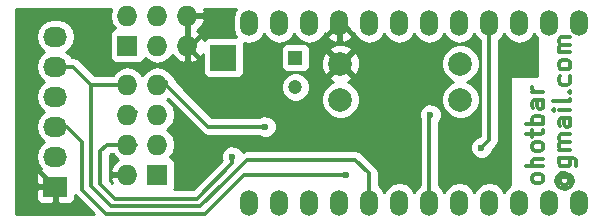
<source format=gtl>
G04 #@! TF.FileFunction,Copper,L1,Top,Signal*
%FSLAX46Y46*%
G04 Gerber Fmt 4.6, Leading zero omitted, Abs format (unit mm)*
G04 Created by KiCad (PCBNEW 4.0.2-4+6225~38~ubuntu14.04.1-stable) date lør 20 feb 2016 18:40:53 CET*
%MOMM*%
G01*
G04 APERTURE LIST*
%ADD10C,0.100000*%
%ADD11C,0.300000*%
%ADD12O,1.501140X2.199640*%
%ADD13O,1.727200X1.727200*%
%ADD14R,1.727200X1.727200*%
%ADD15R,2.032000X1.727200*%
%ADD16O,2.032000X1.727200*%
%ADD17R,1.200000X1.200000*%
%ADD18C,1.200000*%
%ADD19C,1.998980*%
%ADD20R,2.235200X2.235200*%
%ADD21C,0.600000*%
%ADD22C,0.400000*%
%ADD23C,0.254000*%
G04 APERTURE END LIST*
D10*
D11*
X220388571Y-131000571D02*
X220317143Y-131143429D01*
X220245714Y-131214857D01*
X220102857Y-131286286D01*
X219674286Y-131286286D01*
X219531429Y-131214857D01*
X219460000Y-131143429D01*
X219388571Y-131000571D01*
X219388571Y-130786286D01*
X219460000Y-130643429D01*
X219531429Y-130572000D01*
X219674286Y-130500571D01*
X220102857Y-130500571D01*
X220245714Y-130572000D01*
X220317143Y-130643429D01*
X220388571Y-130786286D01*
X220388571Y-131000571D01*
X220388571Y-129857714D02*
X218888571Y-129857714D01*
X220388571Y-129214857D02*
X219602857Y-129214857D01*
X219460000Y-129286286D01*
X219388571Y-129429143D01*
X219388571Y-129643428D01*
X219460000Y-129786286D01*
X219531429Y-129857714D01*
X220388571Y-128286285D02*
X220317143Y-128429143D01*
X220245714Y-128500571D01*
X220102857Y-128572000D01*
X219674286Y-128572000D01*
X219531429Y-128500571D01*
X219460000Y-128429143D01*
X219388571Y-128286285D01*
X219388571Y-128072000D01*
X219460000Y-127929143D01*
X219531429Y-127857714D01*
X219674286Y-127786285D01*
X220102857Y-127786285D01*
X220245714Y-127857714D01*
X220317143Y-127929143D01*
X220388571Y-128072000D01*
X220388571Y-128286285D01*
X219388571Y-127357714D02*
X219388571Y-126786285D01*
X218888571Y-127143428D02*
X220174286Y-127143428D01*
X220317143Y-127072000D01*
X220388571Y-126929142D01*
X220388571Y-126786285D01*
X220388571Y-126286285D02*
X218888571Y-126286285D01*
X219460000Y-126286285D02*
X219388571Y-126143428D01*
X219388571Y-125857714D01*
X219460000Y-125714857D01*
X219531429Y-125643428D01*
X219674286Y-125571999D01*
X220102857Y-125571999D01*
X220245714Y-125643428D01*
X220317143Y-125714857D01*
X220388571Y-125857714D01*
X220388571Y-126143428D01*
X220317143Y-126286285D01*
X220388571Y-124286285D02*
X219602857Y-124286285D01*
X219460000Y-124357714D01*
X219388571Y-124500571D01*
X219388571Y-124786285D01*
X219460000Y-124929142D01*
X220317143Y-124286285D02*
X220388571Y-124429142D01*
X220388571Y-124786285D01*
X220317143Y-124929142D01*
X220174286Y-125000571D01*
X220031429Y-125000571D01*
X219888571Y-124929142D01*
X219817143Y-124786285D01*
X219817143Y-124429142D01*
X219745714Y-124286285D01*
X220388571Y-123571999D02*
X219388571Y-123571999D01*
X219674286Y-123571999D02*
X219531429Y-123500571D01*
X219460000Y-123429142D01*
X219388571Y-123286285D01*
X219388571Y-123143428D01*
X221960286Y-130794286D02*
X221888857Y-130865714D01*
X221817429Y-131008571D01*
X221817429Y-131151429D01*
X221888857Y-131294286D01*
X221960286Y-131365714D01*
X222103143Y-131437143D01*
X222246000Y-131437143D01*
X222388857Y-131365714D01*
X222460286Y-131294286D01*
X222531714Y-131151429D01*
X222531714Y-131008571D01*
X222460286Y-130865714D01*
X222388857Y-130794286D01*
X221817429Y-130794286D02*
X222388857Y-130794286D01*
X222460286Y-130722857D01*
X222460286Y-130651429D01*
X222388857Y-130508571D01*
X222246000Y-130437143D01*
X221888857Y-130437143D01*
X221674571Y-130580000D01*
X221531714Y-130794286D01*
X221460286Y-131080000D01*
X221531714Y-131365714D01*
X221674571Y-131580000D01*
X221888857Y-131722857D01*
X222174571Y-131794286D01*
X222460286Y-131722857D01*
X222674571Y-131580000D01*
X222817429Y-131365714D01*
X222888857Y-131080000D01*
X222817429Y-130794286D01*
X222674571Y-130580000D01*
X221674571Y-129151429D02*
X222888857Y-129151429D01*
X223031714Y-129222858D01*
X223103143Y-129294286D01*
X223174571Y-129437143D01*
X223174571Y-129651429D01*
X223103143Y-129794286D01*
X222603143Y-129151429D02*
X222674571Y-129294286D01*
X222674571Y-129580000D01*
X222603143Y-129722858D01*
X222531714Y-129794286D01*
X222388857Y-129865715D01*
X221960286Y-129865715D01*
X221817429Y-129794286D01*
X221746000Y-129722858D01*
X221674571Y-129580000D01*
X221674571Y-129294286D01*
X221746000Y-129151429D01*
X222674571Y-128437143D02*
X221674571Y-128437143D01*
X221817429Y-128437143D02*
X221746000Y-128365715D01*
X221674571Y-128222857D01*
X221674571Y-128008572D01*
X221746000Y-127865715D01*
X221888857Y-127794286D01*
X222674571Y-127794286D01*
X221888857Y-127794286D02*
X221746000Y-127722857D01*
X221674571Y-127580000D01*
X221674571Y-127365715D01*
X221746000Y-127222857D01*
X221888857Y-127151429D01*
X222674571Y-127151429D01*
X222674571Y-125794286D02*
X221888857Y-125794286D01*
X221746000Y-125865715D01*
X221674571Y-126008572D01*
X221674571Y-126294286D01*
X221746000Y-126437143D01*
X222603143Y-125794286D02*
X222674571Y-125937143D01*
X222674571Y-126294286D01*
X222603143Y-126437143D01*
X222460286Y-126508572D01*
X222317429Y-126508572D01*
X222174571Y-126437143D01*
X222103143Y-126294286D01*
X222103143Y-125937143D01*
X222031714Y-125794286D01*
X222674571Y-125080000D02*
X221674571Y-125080000D01*
X221174571Y-125080000D02*
X221246000Y-125151429D01*
X221317429Y-125080000D01*
X221246000Y-125008572D01*
X221174571Y-125080000D01*
X221317429Y-125080000D01*
X222674571Y-124151428D02*
X222603143Y-124294286D01*
X222460286Y-124365714D01*
X221174571Y-124365714D01*
X222531714Y-123580000D02*
X222603143Y-123508572D01*
X222674571Y-123580000D01*
X222603143Y-123651429D01*
X222531714Y-123580000D01*
X222674571Y-123580000D01*
X222603143Y-122222857D02*
X222674571Y-122365714D01*
X222674571Y-122651428D01*
X222603143Y-122794286D01*
X222531714Y-122865714D01*
X222388857Y-122937143D01*
X221960286Y-122937143D01*
X221817429Y-122865714D01*
X221746000Y-122794286D01*
X221674571Y-122651428D01*
X221674571Y-122365714D01*
X221746000Y-122222857D01*
X222674571Y-121365714D02*
X222603143Y-121508572D01*
X222531714Y-121580000D01*
X222388857Y-121651429D01*
X221960286Y-121651429D01*
X221817429Y-121580000D01*
X221746000Y-121508572D01*
X221674571Y-121365714D01*
X221674571Y-121151429D01*
X221746000Y-121008572D01*
X221817429Y-120937143D01*
X221960286Y-120865714D01*
X222388857Y-120865714D01*
X222531714Y-120937143D01*
X222603143Y-121008572D01*
X222674571Y-121151429D01*
X222674571Y-121365714D01*
X222674571Y-120222857D02*
X221674571Y-120222857D01*
X221817429Y-120222857D02*
X221746000Y-120151429D01*
X221674571Y-120008571D01*
X221674571Y-119794286D01*
X221746000Y-119651429D01*
X221888857Y-119580000D01*
X222674571Y-119580000D01*
X221888857Y-119580000D02*
X221746000Y-119508571D01*
X221674571Y-119365714D01*
X221674571Y-119151429D01*
X221746000Y-119008571D01*
X221888857Y-118937143D01*
X222674571Y-118937143D01*
D12*
X195491100Y-132943600D03*
X198031100Y-132943600D03*
X200571100Y-132943600D03*
X203111100Y-132943600D03*
X205651100Y-132943600D03*
X208191100Y-132943600D03*
X210731100Y-132943600D03*
X213271100Y-132943600D03*
X215811100Y-132943600D03*
X218351100Y-132943600D03*
X220891100Y-132943600D03*
X223431100Y-132943600D03*
X223431100Y-117703600D03*
X220891100Y-117703600D03*
X218351100Y-117703600D03*
X215811100Y-117703600D03*
X213271100Y-117703600D03*
X210731100Y-117703600D03*
X208191100Y-117703600D03*
X205651100Y-117703600D03*
X203111100Y-117703600D03*
X200571100Y-117703600D03*
X198031100Y-117703600D03*
X195491100Y-117703600D03*
D13*
X187706000Y-122936000D03*
X185166000Y-122936000D03*
X187706000Y-125476000D03*
X185166000Y-125476000D03*
X187706000Y-128016000D03*
X185166000Y-128016000D03*
D14*
X187706000Y-130556000D03*
D13*
X185166000Y-130556000D03*
D15*
X179070000Y-131572000D03*
D16*
X179070000Y-129032000D03*
X179070000Y-126492000D03*
X179070000Y-123952000D03*
X179070000Y-121412000D03*
X179070000Y-118872000D03*
D17*
X199390000Y-120650000D03*
D18*
X199390000Y-123150000D03*
D19*
X213360000Y-124206000D03*
X203200000Y-124206000D03*
X203200000Y-121158000D03*
X213360000Y-121158000D03*
D14*
X185166000Y-119634000D03*
D13*
X185166000Y-117094000D03*
X187706000Y-119634000D03*
X187706000Y-117094000D03*
X190246000Y-119634000D03*
X190246000Y-117094000D03*
D20*
X193294000Y-120650000D03*
D21*
X203708000Y-130556000D03*
X194056000Y-129032000D03*
X196850000Y-126492000D03*
X215138000Y-128270000D03*
X210820000Y-125476000D03*
D22*
X190246000Y-119634000D02*
X191262000Y-120650000D01*
X190246000Y-119634000D02*
X190500000Y-119634000D01*
X190500000Y-119634000D02*
X191516000Y-118618000D01*
X203111100Y-117703600D02*
X203301600Y-117703600D01*
X203301600Y-117703600D02*
X204470000Y-118872000D01*
X203111100Y-117703600D02*
X203098400Y-117703600D01*
X203098400Y-117703600D02*
X201930000Y-118872000D01*
X179070000Y-131572000D02*
X176022000Y-131572000D01*
X179070000Y-131572000D02*
X177800000Y-130302000D01*
D11*
X203111100Y-117703600D02*
X203111100Y-117944900D01*
X203111100Y-117703600D02*
X203111100Y-117767100D01*
X203200000Y-117792500D02*
X203111100Y-117703600D01*
X179070000Y-131572000D02*
X178562000Y-131572000D01*
X179070000Y-131572000D02*
X178308000Y-131572000D01*
X203200000Y-117792500D02*
X203111100Y-117703600D01*
X213360000Y-117792500D02*
X213271100Y-117703600D01*
X185166000Y-122936000D02*
X182118000Y-122936000D01*
X182118000Y-128397000D02*
X182118000Y-131566920D01*
X182118000Y-131566920D02*
X182148480Y-131597400D01*
X184053480Y-133245860D02*
X183796940Y-133245860D01*
X193385440Y-131226560D02*
X195326000Y-129286000D01*
X195326000Y-129286000D02*
X204470000Y-129286000D01*
X204470000Y-129286000D02*
X205651100Y-130467100D01*
X205651100Y-130467100D02*
X205651100Y-132943600D01*
X190845440Y-133245860D02*
X184627520Y-133245860D01*
X191345820Y-133245860D02*
X193385440Y-131206240D01*
X193385440Y-131206240D02*
X193385440Y-131226560D01*
X190845440Y-133245860D02*
X191345820Y-133245860D01*
X184627520Y-133245860D02*
X184053480Y-133245860D01*
X183796940Y-133245860D02*
X182148480Y-131597400D01*
X179070000Y-121412000D02*
X180594000Y-121412000D01*
X182118000Y-122936000D02*
X182118000Y-128397000D01*
X181864000Y-122682000D02*
X182118000Y-122936000D01*
X180594000Y-121412000D02*
X181864000Y-122682000D01*
X179070000Y-126492000D02*
X180086000Y-126492000D01*
X180086000Y-126492000D02*
X181356000Y-127762000D01*
X181356000Y-127762000D02*
X181356000Y-131826000D01*
X181356000Y-131826000D02*
X183388000Y-133858000D01*
X183388000Y-133858000D02*
X191770000Y-133858000D01*
X191770000Y-133858000D02*
X195072000Y-130556000D01*
X195072000Y-130556000D02*
X203708000Y-130556000D01*
X185928000Y-128016000D02*
X183428640Y-128016000D01*
X185562240Y-132588000D02*
X191048640Y-132588000D01*
X191048640Y-132588000D02*
X194056000Y-129580640D01*
X194056000Y-129580640D02*
X194056000Y-129032000D01*
X184099200Y-132588000D02*
X182880000Y-131368800D01*
X182880000Y-131368800D02*
X182880000Y-130810000D01*
X185562240Y-132588000D02*
X184099200Y-132588000D01*
X183428640Y-128016000D02*
X182880000Y-128564640D01*
X182880000Y-128564640D02*
X182880000Y-130810000D01*
X223266000Y-117868700D02*
X223431100Y-117703600D01*
X185928000Y-125222000D02*
X185674000Y-125222000D01*
X188468000Y-122936000D02*
X190500000Y-124968000D01*
X188468000Y-122682000D02*
X188468000Y-122936000D01*
X190500000Y-124968000D02*
X192024000Y-126492000D01*
X192024000Y-126492000D02*
X196850000Y-126492000D01*
X215811100Y-117703600D02*
X215811100Y-127596900D01*
X215811100Y-127596900D02*
X215138000Y-128270000D01*
X210731100Y-125564900D02*
X210731100Y-132943600D01*
X210820000Y-125476000D02*
X210731100Y-125564900D01*
X187198000Y-119634000D02*
X187198000Y-120142000D01*
D23*
G36*
X183667400Y-117064641D02*
X183667400Y-117123359D01*
X183781474Y-117696848D01*
X184092574Y-118162442D01*
X184067083Y-118167238D01*
X183850959Y-118306310D01*
X183705969Y-118518510D01*
X183654960Y-118770400D01*
X183654960Y-120497600D01*
X183699238Y-120732917D01*
X183838310Y-120949041D01*
X184050510Y-121094031D01*
X184302400Y-121145040D01*
X186029600Y-121145040D01*
X186264917Y-121100762D01*
X186481041Y-120961690D01*
X186626031Y-120749490D01*
X186634864Y-120705869D01*
X186646330Y-120723029D01*
X187132511Y-121047885D01*
X187706000Y-121161959D01*
X188279489Y-121047885D01*
X188765670Y-120723029D01*
X188981664Y-120399772D01*
X189039179Y-120522490D01*
X189471053Y-120916688D01*
X189886974Y-121088958D01*
X190119000Y-120967817D01*
X190119000Y-119761000D01*
X190099000Y-119761000D01*
X190099000Y-119507000D01*
X190119000Y-119507000D01*
X190119000Y-117221000D01*
X190099000Y-117221000D01*
X190099000Y-116967000D01*
X190119000Y-116967000D01*
X190119000Y-116947000D01*
X190373000Y-116947000D01*
X190373000Y-116967000D01*
X191580469Y-116967000D01*
X191700968Y-116734973D01*
X191606777Y-116534000D01*
X194382139Y-116534000D01*
X194211000Y-116790128D01*
X194105530Y-117320363D01*
X194105530Y-118086837D01*
X194211000Y-118617072D01*
X194389997Y-118884960D01*
X192176400Y-118884960D01*
X191941083Y-118929238D01*
X191724959Y-119068310D01*
X191653278Y-119173219D01*
X191452821Y-118745510D01*
X191034848Y-118364000D01*
X191452821Y-117982490D01*
X191700968Y-117453027D01*
X191580469Y-117221000D01*
X190373000Y-117221000D01*
X190373000Y-119507000D01*
X190393000Y-119507000D01*
X190393000Y-119761000D01*
X190373000Y-119761000D01*
X190373000Y-120967817D01*
X190605026Y-121088958D01*
X191020947Y-120916688D01*
X191452821Y-120522490D01*
X191528960Y-120360035D01*
X191528960Y-121767600D01*
X191573238Y-122002917D01*
X191712310Y-122219041D01*
X191924510Y-122364031D01*
X192176400Y-122415040D01*
X194411600Y-122415040D01*
X194646917Y-122370762D01*
X194863041Y-122231690D01*
X195008031Y-122019490D01*
X195059040Y-121767600D01*
X195059040Y-120050000D01*
X198142560Y-120050000D01*
X198142560Y-121250000D01*
X198186838Y-121485317D01*
X198325910Y-121701441D01*
X198538110Y-121846431D01*
X198790000Y-121897440D01*
X199990000Y-121897440D01*
X200225317Y-121853162D01*
X200441441Y-121714090D01*
X200586431Y-121501890D01*
X200637440Y-121250000D01*
X200637440Y-120893582D01*
X201554599Y-120893582D01*
X201578659Y-121543377D01*
X201781035Y-122031958D01*
X202047837Y-122130557D01*
X203020395Y-121158000D01*
X203379605Y-121158000D01*
X204352163Y-122130557D01*
X204618965Y-122031958D01*
X204823380Y-121481694D01*
X211725226Y-121481694D01*
X211973538Y-122082655D01*
X212432927Y-122542846D01*
X212768130Y-122682034D01*
X212435345Y-122819538D01*
X211975154Y-123278927D01*
X211725794Y-123879453D01*
X211725226Y-124529694D01*
X211973538Y-125130655D01*
X212432927Y-125590846D01*
X213033453Y-125840206D01*
X213683694Y-125840774D01*
X214284655Y-125592462D01*
X214744846Y-125133073D01*
X214994206Y-124532547D01*
X214994774Y-123882306D01*
X214746462Y-123281345D01*
X214287073Y-122821154D01*
X213951870Y-122681966D01*
X214284655Y-122544462D01*
X214744846Y-122085073D01*
X214994206Y-121484547D01*
X214994774Y-120834306D01*
X214746462Y-120233345D01*
X214287073Y-119773154D01*
X213686547Y-119523794D01*
X213036306Y-119523226D01*
X212435345Y-119771538D01*
X211975154Y-120230927D01*
X211725794Y-120831453D01*
X211725226Y-121481694D01*
X204823380Y-121481694D01*
X204845401Y-121422418D01*
X204821341Y-120772623D01*
X204618965Y-120284042D01*
X204352163Y-120185443D01*
X203379605Y-121158000D01*
X203020395Y-121158000D01*
X202047837Y-120185443D01*
X201781035Y-120284042D01*
X201554599Y-120893582D01*
X200637440Y-120893582D01*
X200637440Y-120050000D01*
X200629131Y-120005837D01*
X202227443Y-120005837D01*
X203200000Y-120978395D01*
X204172557Y-120005837D01*
X204073958Y-119739035D01*
X203464418Y-119512599D01*
X202814623Y-119536659D01*
X202326042Y-119739035D01*
X202227443Y-120005837D01*
X200629131Y-120005837D01*
X200593162Y-119814683D01*
X200454090Y-119598559D01*
X200241890Y-119453569D01*
X199990000Y-119402560D01*
X198790000Y-119402560D01*
X198554683Y-119446838D01*
X198338559Y-119585910D01*
X198193569Y-119798110D01*
X198142560Y-120050000D01*
X195059040Y-120050000D01*
X195059040Y-119532400D01*
X195030513Y-119380791D01*
X195491100Y-119472407D01*
X196021335Y-119366937D01*
X196470846Y-119066583D01*
X196761100Y-118632188D01*
X197051354Y-119066583D01*
X197500865Y-119366937D01*
X198031100Y-119472407D01*
X198561335Y-119366937D01*
X199010846Y-119066583D01*
X199301100Y-118632188D01*
X199591354Y-119066583D01*
X200040865Y-119366937D01*
X200571100Y-119472407D01*
X201101335Y-119366937D01*
X201550846Y-119066583D01*
X201851200Y-118617072D01*
X201852701Y-118609528D01*
X201879601Y-118700417D01*
X202221156Y-119122398D01*
X202698197Y-119381550D01*
X202769825Y-119395733D01*
X202984100Y-119273079D01*
X202984100Y-117830600D01*
X202964100Y-117830600D01*
X202964100Y-117576600D01*
X202984100Y-117576600D01*
X202984100Y-117556600D01*
X203238100Y-117556600D01*
X203238100Y-117576600D01*
X203258100Y-117576600D01*
X203258100Y-117830600D01*
X203238100Y-117830600D01*
X203238100Y-119273079D01*
X203452375Y-119395733D01*
X203524003Y-119381550D01*
X204001044Y-119122398D01*
X204342599Y-118700417D01*
X204369499Y-118609528D01*
X204371000Y-118617072D01*
X204671354Y-119066583D01*
X205120865Y-119366937D01*
X205651100Y-119472407D01*
X206181335Y-119366937D01*
X206630846Y-119066583D01*
X206921100Y-118632188D01*
X207211354Y-119066583D01*
X207660865Y-119366937D01*
X208191100Y-119472407D01*
X208721335Y-119366937D01*
X209170846Y-119066583D01*
X209461100Y-118632188D01*
X209751354Y-119066583D01*
X210200865Y-119366937D01*
X210731100Y-119472407D01*
X211261335Y-119366937D01*
X211710846Y-119066583D01*
X212001100Y-118632188D01*
X212291354Y-119066583D01*
X212740865Y-119366937D01*
X213271100Y-119472407D01*
X213801335Y-119366937D01*
X214250846Y-119066583D01*
X214541100Y-118632188D01*
X214831354Y-119066583D01*
X215026100Y-119196708D01*
X215026100Y-127271742D01*
X214962995Y-127334847D01*
X214952833Y-127334838D01*
X214609057Y-127476883D01*
X214345808Y-127739673D01*
X214203162Y-128083201D01*
X214202838Y-128455167D01*
X214344883Y-128798943D01*
X214607673Y-129062192D01*
X214951201Y-129204838D01*
X215323167Y-129205162D01*
X215666943Y-129063117D01*
X215930192Y-128800327D01*
X216072838Y-128456799D01*
X216072848Y-128445310D01*
X216366179Y-128151979D01*
X216536345Y-127897307D01*
X216596100Y-127596900D01*
X216596100Y-119196708D01*
X216790846Y-119066583D01*
X217081100Y-118632188D01*
X217371354Y-119066583D01*
X217820865Y-119366937D01*
X218351100Y-119472407D01*
X218881335Y-119366937D01*
X219330846Y-119066583D01*
X219621100Y-118632188D01*
X219861000Y-118991223D01*
X219861000Y-122215571D01*
X217575000Y-122215571D01*
X217575000Y-131444545D01*
X217371354Y-131580617D01*
X217081100Y-132015012D01*
X216790846Y-131580617D01*
X216341335Y-131280263D01*
X215811100Y-131174793D01*
X215280865Y-131280263D01*
X214831354Y-131580617D01*
X214541100Y-132015012D01*
X214250846Y-131580617D01*
X213801335Y-131280263D01*
X213271100Y-131174793D01*
X212740865Y-131280263D01*
X212291354Y-131580617D01*
X212001100Y-132015012D01*
X211710846Y-131580617D01*
X211516100Y-131450492D01*
X211516100Y-126102251D01*
X211612192Y-126006327D01*
X211754838Y-125662799D01*
X211755162Y-125290833D01*
X211613117Y-124947057D01*
X211350327Y-124683808D01*
X211006799Y-124541162D01*
X210634833Y-124540838D01*
X210291057Y-124682883D01*
X210027808Y-124945673D01*
X209885162Y-125289201D01*
X209884838Y-125661167D01*
X209946100Y-125809433D01*
X209946100Y-131450492D01*
X209751354Y-131580617D01*
X209461100Y-132015012D01*
X209170846Y-131580617D01*
X208721335Y-131280263D01*
X208191100Y-131174793D01*
X207660865Y-131280263D01*
X207211354Y-131580617D01*
X206921100Y-132015012D01*
X206630846Y-131580617D01*
X206436100Y-131450492D01*
X206436100Y-130467105D01*
X206436101Y-130467100D01*
X206376345Y-130166694D01*
X206206179Y-129912021D01*
X205025079Y-128730921D01*
X204770407Y-128560755D01*
X204470000Y-128501000D01*
X195326000Y-128501000D01*
X195025593Y-128560755D01*
X194905980Y-128640677D01*
X194849117Y-128503057D01*
X194586327Y-128239808D01*
X194242799Y-128097162D01*
X193870833Y-128096838D01*
X193527057Y-128238883D01*
X193263808Y-128501673D01*
X193121162Y-128845201D01*
X193120838Y-129217167D01*
X193175945Y-129350537D01*
X190723482Y-131803000D01*
X189076174Y-131803000D01*
X189166031Y-131671490D01*
X189217040Y-131419600D01*
X189217040Y-129692400D01*
X189172762Y-129457083D01*
X189033690Y-129240959D01*
X188821490Y-129095969D01*
X188777655Y-129087092D01*
X189090526Y-128618848D01*
X189204600Y-128045359D01*
X189204600Y-127986641D01*
X189090526Y-127413152D01*
X188765670Y-126926971D01*
X188494828Y-126746000D01*
X188765670Y-126565029D01*
X189090526Y-126078848D01*
X189204600Y-125505359D01*
X189204600Y-125446641D01*
X189090526Y-124873152D01*
X188765670Y-124386971D01*
X188494828Y-124206000D01*
X188574564Y-124152722D01*
X189944921Y-125523079D01*
X191468919Y-127047076D01*
X191468921Y-127047079D01*
X191723594Y-127217245D01*
X192024000Y-127277000D01*
X196312494Y-127277000D01*
X196319673Y-127284192D01*
X196663201Y-127426838D01*
X197035167Y-127427162D01*
X197378943Y-127285117D01*
X197642192Y-127022327D01*
X197784838Y-126678799D01*
X197785162Y-126306833D01*
X197643117Y-125963057D01*
X197380327Y-125699808D01*
X197036799Y-125557162D01*
X196664833Y-125556838D01*
X196321057Y-125698883D01*
X196312926Y-125707000D01*
X192349157Y-125707000D01*
X191171852Y-124529694D01*
X201565226Y-124529694D01*
X201813538Y-125130655D01*
X202272927Y-125590846D01*
X202873453Y-125840206D01*
X203523694Y-125840774D01*
X204124655Y-125592462D01*
X204584846Y-125133073D01*
X204834206Y-124532547D01*
X204834774Y-123882306D01*
X204586462Y-123281345D01*
X204127073Y-122821154D01*
X203806149Y-122687895D01*
X204073958Y-122576965D01*
X204172557Y-122310163D01*
X203200000Y-121337605D01*
X202227443Y-122310163D01*
X202326042Y-122576965D01*
X202608483Y-122681888D01*
X202275345Y-122819538D01*
X201815154Y-123278927D01*
X201565794Y-123879453D01*
X201565226Y-124529694D01*
X191171852Y-124529694D01*
X191055079Y-124412921D01*
X190036737Y-123394579D01*
X198154786Y-123394579D01*
X198342408Y-123848657D01*
X198689515Y-124196371D01*
X199143266Y-124384785D01*
X199634579Y-124385214D01*
X200088657Y-124197592D01*
X200436371Y-123850485D01*
X200624785Y-123396734D01*
X200625214Y-122905421D01*
X200437592Y-122451343D01*
X200090485Y-122103629D01*
X199636734Y-121915215D01*
X199145421Y-121914786D01*
X198691343Y-122102408D01*
X198343629Y-122449515D01*
X198155215Y-122903266D01*
X198154786Y-123394579D01*
X190036737Y-123394579D01*
X189235331Y-122593173D01*
X189193245Y-122381594D01*
X189023079Y-122126921D01*
X188895984Y-122041999D01*
X188765670Y-121846971D01*
X188279489Y-121522115D01*
X187706000Y-121408041D01*
X187132511Y-121522115D01*
X186646330Y-121846971D01*
X186436000Y-122161752D01*
X186225670Y-121846971D01*
X185739489Y-121522115D01*
X185166000Y-121408041D01*
X184592511Y-121522115D01*
X184106330Y-121846971D01*
X183903184Y-122151000D01*
X182443158Y-122151000D01*
X181149079Y-120856921D01*
X180894407Y-120686755D01*
X180594000Y-120627000D01*
X180497944Y-120627000D01*
X180314415Y-120352330D01*
X179999634Y-120142000D01*
X180314415Y-119931670D01*
X180639271Y-119445489D01*
X180753345Y-118872000D01*
X180639271Y-118298511D01*
X180314415Y-117812330D01*
X179828234Y-117487474D01*
X179254745Y-117373400D01*
X178885255Y-117373400D01*
X178311766Y-117487474D01*
X177825585Y-117812330D01*
X177500729Y-118298511D01*
X177386655Y-118872000D01*
X177500729Y-119445489D01*
X177825585Y-119931670D01*
X178140366Y-120142000D01*
X177825585Y-120352330D01*
X177500729Y-120838511D01*
X177386655Y-121412000D01*
X177500729Y-121985489D01*
X177825585Y-122471670D01*
X178140366Y-122682000D01*
X177825585Y-122892330D01*
X177500729Y-123378511D01*
X177386655Y-123952000D01*
X177500729Y-124525489D01*
X177825585Y-125011670D01*
X178140366Y-125222000D01*
X177825585Y-125432330D01*
X177500729Y-125918511D01*
X177386655Y-126492000D01*
X177500729Y-127065489D01*
X177825585Y-127551670D01*
X178140366Y-127762000D01*
X177825585Y-127972330D01*
X177500729Y-128458511D01*
X177386655Y-129032000D01*
X177500729Y-129605489D01*
X177825585Y-130091670D01*
X177847780Y-130106500D01*
X177694302Y-130170073D01*
X177515673Y-130348701D01*
X177419000Y-130582090D01*
X177419000Y-131286250D01*
X177577750Y-131445000D01*
X178943000Y-131445000D01*
X178943000Y-131425000D01*
X179197000Y-131425000D01*
X179197000Y-131445000D01*
X179217000Y-131445000D01*
X179217000Y-131699000D01*
X179197000Y-131699000D01*
X179197000Y-132911850D01*
X179355750Y-133070600D01*
X180212309Y-133070600D01*
X180445698Y-132973927D01*
X180624327Y-132795299D01*
X180721000Y-132561910D01*
X180721000Y-132261468D01*
X180800921Y-132381079D01*
X182329842Y-133910000D01*
X175716000Y-133910000D01*
X175716000Y-131857750D01*
X177419000Y-131857750D01*
X177419000Y-132561910D01*
X177515673Y-132795299D01*
X177694302Y-132973927D01*
X177927691Y-133070600D01*
X178784250Y-133070600D01*
X178943000Y-132911850D01*
X178943000Y-131699000D01*
X177577750Y-131699000D01*
X177419000Y-131857750D01*
X175716000Y-131857750D01*
X175716000Y-116534000D01*
X183772951Y-116534000D01*
X183667400Y-117064641D01*
X183667400Y-117064641D01*
G37*
X183667400Y-117064641D02*
X183667400Y-117123359D01*
X183781474Y-117696848D01*
X184092574Y-118162442D01*
X184067083Y-118167238D01*
X183850959Y-118306310D01*
X183705969Y-118518510D01*
X183654960Y-118770400D01*
X183654960Y-120497600D01*
X183699238Y-120732917D01*
X183838310Y-120949041D01*
X184050510Y-121094031D01*
X184302400Y-121145040D01*
X186029600Y-121145040D01*
X186264917Y-121100762D01*
X186481041Y-120961690D01*
X186626031Y-120749490D01*
X186634864Y-120705869D01*
X186646330Y-120723029D01*
X187132511Y-121047885D01*
X187706000Y-121161959D01*
X188279489Y-121047885D01*
X188765670Y-120723029D01*
X188981664Y-120399772D01*
X189039179Y-120522490D01*
X189471053Y-120916688D01*
X189886974Y-121088958D01*
X190119000Y-120967817D01*
X190119000Y-119761000D01*
X190099000Y-119761000D01*
X190099000Y-119507000D01*
X190119000Y-119507000D01*
X190119000Y-117221000D01*
X190099000Y-117221000D01*
X190099000Y-116967000D01*
X190119000Y-116967000D01*
X190119000Y-116947000D01*
X190373000Y-116947000D01*
X190373000Y-116967000D01*
X191580469Y-116967000D01*
X191700968Y-116734973D01*
X191606777Y-116534000D01*
X194382139Y-116534000D01*
X194211000Y-116790128D01*
X194105530Y-117320363D01*
X194105530Y-118086837D01*
X194211000Y-118617072D01*
X194389997Y-118884960D01*
X192176400Y-118884960D01*
X191941083Y-118929238D01*
X191724959Y-119068310D01*
X191653278Y-119173219D01*
X191452821Y-118745510D01*
X191034848Y-118364000D01*
X191452821Y-117982490D01*
X191700968Y-117453027D01*
X191580469Y-117221000D01*
X190373000Y-117221000D01*
X190373000Y-119507000D01*
X190393000Y-119507000D01*
X190393000Y-119761000D01*
X190373000Y-119761000D01*
X190373000Y-120967817D01*
X190605026Y-121088958D01*
X191020947Y-120916688D01*
X191452821Y-120522490D01*
X191528960Y-120360035D01*
X191528960Y-121767600D01*
X191573238Y-122002917D01*
X191712310Y-122219041D01*
X191924510Y-122364031D01*
X192176400Y-122415040D01*
X194411600Y-122415040D01*
X194646917Y-122370762D01*
X194863041Y-122231690D01*
X195008031Y-122019490D01*
X195059040Y-121767600D01*
X195059040Y-120050000D01*
X198142560Y-120050000D01*
X198142560Y-121250000D01*
X198186838Y-121485317D01*
X198325910Y-121701441D01*
X198538110Y-121846431D01*
X198790000Y-121897440D01*
X199990000Y-121897440D01*
X200225317Y-121853162D01*
X200441441Y-121714090D01*
X200586431Y-121501890D01*
X200637440Y-121250000D01*
X200637440Y-120893582D01*
X201554599Y-120893582D01*
X201578659Y-121543377D01*
X201781035Y-122031958D01*
X202047837Y-122130557D01*
X203020395Y-121158000D01*
X203379605Y-121158000D01*
X204352163Y-122130557D01*
X204618965Y-122031958D01*
X204823380Y-121481694D01*
X211725226Y-121481694D01*
X211973538Y-122082655D01*
X212432927Y-122542846D01*
X212768130Y-122682034D01*
X212435345Y-122819538D01*
X211975154Y-123278927D01*
X211725794Y-123879453D01*
X211725226Y-124529694D01*
X211973538Y-125130655D01*
X212432927Y-125590846D01*
X213033453Y-125840206D01*
X213683694Y-125840774D01*
X214284655Y-125592462D01*
X214744846Y-125133073D01*
X214994206Y-124532547D01*
X214994774Y-123882306D01*
X214746462Y-123281345D01*
X214287073Y-122821154D01*
X213951870Y-122681966D01*
X214284655Y-122544462D01*
X214744846Y-122085073D01*
X214994206Y-121484547D01*
X214994774Y-120834306D01*
X214746462Y-120233345D01*
X214287073Y-119773154D01*
X213686547Y-119523794D01*
X213036306Y-119523226D01*
X212435345Y-119771538D01*
X211975154Y-120230927D01*
X211725794Y-120831453D01*
X211725226Y-121481694D01*
X204823380Y-121481694D01*
X204845401Y-121422418D01*
X204821341Y-120772623D01*
X204618965Y-120284042D01*
X204352163Y-120185443D01*
X203379605Y-121158000D01*
X203020395Y-121158000D01*
X202047837Y-120185443D01*
X201781035Y-120284042D01*
X201554599Y-120893582D01*
X200637440Y-120893582D01*
X200637440Y-120050000D01*
X200629131Y-120005837D01*
X202227443Y-120005837D01*
X203200000Y-120978395D01*
X204172557Y-120005837D01*
X204073958Y-119739035D01*
X203464418Y-119512599D01*
X202814623Y-119536659D01*
X202326042Y-119739035D01*
X202227443Y-120005837D01*
X200629131Y-120005837D01*
X200593162Y-119814683D01*
X200454090Y-119598559D01*
X200241890Y-119453569D01*
X199990000Y-119402560D01*
X198790000Y-119402560D01*
X198554683Y-119446838D01*
X198338559Y-119585910D01*
X198193569Y-119798110D01*
X198142560Y-120050000D01*
X195059040Y-120050000D01*
X195059040Y-119532400D01*
X195030513Y-119380791D01*
X195491100Y-119472407D01*
X196021335Y-119366937D01*
X196470846Y-119066583D01*
X196761100Y-118632188D01*
X197051354Y-119066583D01*
X197500865Y-119366937D01*
X198031100Y-119472407D01*
X198561335Y-119366937D01*
X199010846Y-119066583D01*
X199301100Y-118632188D01*
X199591354Y-119066583D01*
X200040865Y-119366937D01*
X200571100Y-119472407D01*
X201101335Y-119366937D01*
X201550846Y-119066583D01*
X201851200Y-118617072D01*
X201852701Y-118609528D01*
X201879601Y-118700417D01*
X202221156Y-119122398D01*
X202698197Y-119381550D01*
X202769825Y-119395733D01*
X202984100Y-119273079D01*
X202984100Y-117830600D01*
X202964100Y-117830600D01*
X202964100Y-117576600D01*
X202984100Y-117576600D01*
X202984100Y-117556600D01*
X203238100Y-117556600D01*
X203238100Y-117576600D01*
X203258100Y-117576600D01*
X203258100Y-117830600D01*
X203238100Y-117830600D01*
X203238100Y-119273079D01*
X203452375Y-119395733D01*
X203524003Y-119381550D01*
X204001044Y-119122398D01*
X204342599Y-118700417D01*
X204369499Y-118609528D01*
X204371000Y-118617072D01*
X204671354Y-119066583D01*
X205120865Y-119366937D01*
X205651100Y-119472407D01*
X206181335Y-119366937D01*
X206630846Y-119066583D01*
X206921100Y-118632188D01*
X207211354Y-119066583D01*
X207660865Y-119366937D01*
X208191100Y-119472407D01*
X208721335Y-119366937D01*
X209170846Y-119066583D01*
X209461100Y-118632188D01*
X209751354Y-119066583D01*
X210200865Y-119366937D01*
X210731100Y-119472407D01*
X211261335Y-119366937D01*
X211710846Y-119066583D01*
X212001100Y-118632188D01*
X212291354Y-119066583D01*
X212740865Y-119366937D01*
X213271100Y-119472407D01*
X213801335Y-119366937D01*
X214250846Y-119066583D01*
X214541100Y-118632188D01*
X214831354Y-119066583D01*
X215026100Y-119196708D01*
X215026100Y-127271742D01*
X214962995Y-127334847D01*
X214952833Y-127334838D01*
X214609057Y-127476883D01*
X214345808Y-127739673D01*
X214203162Y-128083201D01*
X214202838Y-128455167D01*
X214344883Y-128798943D01*
X214607673Y-129062192D01*
X214951201Y-129204838D01*
X215323167Y-129205162D01*
X215666943Y-129063117D01*
X215930192Y-128800327D01*
X216072838Y-128456799D01*
X216072848Y-128445310D01*
X216366179Y-128151979D01*
X216536345Y-127897307D01*
X216596100Y-127596900D01*
X216596100Y-119196708D01*
X216790846Y-119066583D01*
X217081100Y-118632188D01*
X217371354Y-119066583D01*
X217820865Y-119366937D01*
X218351100Y-119472407D01*
X218881335Y-119366937D01*
X219330846Y-119066583D01*
X219621100Y-118632188D01*
X219861000Y-118991223D01*
X219861000Y-122215571D01*
X217575000Y-122215571D01*
X217575000Y-131444545D01*
X217371354Y-131580617D01*
X217081100Y-132015012D01*
X216790846Y-131580617D01*
X216341335Y-131280263D01*
X215811100Y-131174793D01*
X215280865Y-131280263D01*
X214831354Y-131580617D01*
X214541100Y-132015012D01*
X214250846Y-131580617D01*
X213801335Y-131280263D01*
X213271100Y-131174793D01*
X212740865Y-131280263D01*
X212291354Y-131580617D01*
X212001100Y-132015012D01*
X211710846Y-131580617D01*
X211516100Y-131450492D01*
X211516100Y-126102251D01*
X211612192Y-126006327D01*
X211754838Y-125662799D01*
X211755162Y-125290833D01*
X211613117Y-124947057D01*
X211350327Y-124683808D01*
X211006799Y-124541162D01*
X210634833Y-124540838D01*
X210291057Y-124682883D01*
X210027808Y-124945673D01*
X209885162Y-125289201D01*
X209884838Y-125661167D01*
X209946100Y-125809433D01*
X209946100Y-131450492D01*
X209751354Y-131580617D01*
X209461100Y-132015012D01*
X209170846Y-131580617D01*
X208721335Y-131280263D01*
X208191100Y-131174793D01*
X207660865Y-131280263D01*
X207211354Y-131580617D01*
X206921100Y-132015012D01*
X206630846Y-131580617D01*
X206436100Y-131450492D01*
X206436100Y-130467105D01*
X206436101Y-130467100D01*
X206376345Y-130166694D01*
X206206179Y-129912021D01*
X205025079Y-128730921D01*
X204770407Y-128560755D01*
X204470000Y-128501000D01*
X195326000Y-128501000D01*
X195025593Y-128560755D01*
X194905980Y-128640677D01*
X194849117Y-128503057D01*
X194586327Y-128239808D01*
X194242799Y-128097162D01*
X193870833Y-128096838D01*
X193527057Y-128238883D01*
X193263808Y-128501673D01*
X193121162Y-128845201D01*
X193120838Y-129217167D01*
X193175945Y-129350537D01*
X190723482Y-131803000D01*
X189076174Y-131803000D01*
X189166031Y-131671490D01*
X189217040Y-131419600D01*
X189217040Y-129692400D01*
X189172762Y-129457083D01*
X189033690Y-129240959D01*
X188821490Y-129095969D01*
X188777655Y-129087092D01*
X189090526Y-128618848D01*
X189204600Y-128045359D01*
X189204600Y-127986641D01*
X189090526Y-127413152D01*
X188765670Y-126926971D01*
X188494828Y-126746000D01*
X188765670Y-126565029D01*
X189090526Y-126078848D01*
X189204600Y-125505359D01*
X189204600Y-125446641D01*
X189090526Y-124873152D01*
X188765670Y-124386971D01*
X188494828Y-124206000D01*
X188574564Y-124152722D01*
X189944921Y-125523079D01*
X191468919Y-127047076D01*
X191468921Y-127047079D01*
X191723594Y-127217245D01*
X192024000Y-127277000D01*
X196312494Y-127277000D01*
X196319673Y-127284192D01*
X196663201Y-127426838D01*
X197035167Y-127427162D01*
X197378943Y-127285117D01*
X197642192Y-127022327D01*
X197784838Y-126678799D01*
X197785162Y-126306833D01*
X197643117Y-125963057D01*
X197380327Y-125699808D01*
X197036799Y-125557162D01*
X196664833Y-125556838D01*
X196321057Y-125698883D01*
X196312926Y-125707000D01*
X192349157Y-125707000D01*
X191171852Y-124529694D01*
X201565226Y-124529694D01*
X201813538Y-125130655D01*
X202272927Y-125590846D01*
X202873453Y-125840206D01*
X203523694Y-125840774D01*
X204124655Y-125592462D01*
X204584846Y-125133073D01*
X204834206Y-124532547D01*
X204834774Y-123882306D01*
X204586462Y-123281345D01*
X204127073Y-122821154D01*
X203806149Y-122687895D01*
X204073958Y-122576965D01*
X204172557Y-122310163D01*
X203200000Y-121337605D01*
X202227443Y-122310163D01*
X202326042Y-122576965D01*
X202608483Y-122681888D01*
X202275345Y-122819538D01*
X201815154Y-123278927D01*
X201565794Y-123879453D01*
X201565226Y-124529694D01*
X191171852Y-124529694D01*
X191055079Y-124412921D01*
X190036737Y-123394579D01*
X198154786Y-123394579D01*
X198342408Y-123848657D01*
X198689515Y-124196371D01*
X199143266Y-124384785D01*
X199634579Y-124385214D01*
X200088657Y-124197592D01*
X200436371Y-123850485D01*
X200624785Y-123396734D01*
X200625214Y-122905421D01*
X200437592Y-122451343D01*
X200090485Y-122103629D01*
X199636734Y-121915215D01*
X199145421Y-121914786D01*
X198691343Y-122102408D01*
X198343629Y-122449515D01*
X198155215Y-122903266D01*
X198154786Y-123394579D01*
X190036737Y-123394579D01*
X189235331Y-122593173D01*
X189193245Y-122381594D01*
X189023079Y-122126921D01*
X188895984Y-122041999D01*
X188765670Y-121846971D01*
X188279489Y-121522115D01*
X187706000Y-121408041D01*
X187132511Y-121522115D01*
X186646330Y-121846971D01*
X186436000Y-122161752D01*
X186225670Y-121846971D01*
X185739489Y-121522115D01*
X185166000Y-121408041D01*
X184592511Y-121522115D01*
X184106330Y-121846971D01*
X183903184Y-122151000D01*
X182443158Y-122151000D01*
X181149079Y-120856921D01*
X180894407Y-120686755D01*
X180594000Y-120627000D01*
X180497944Y-120627000D01*
X180314415Y-120352330D01*
X179999634Y-120142000D01*
X180314415Y-119931670D01*
X180639271Y-119445489D01*
X180753345Y-118872000D01*
X180639271Y-118298511D01*
X180314415Y-117812330D01*
X179828234Y-117487474D01*
X179254745Y-117373400D01*
X178885255Y-117373400D01*
X178311766Y-117487474D01*
X177825585Y-117812330D01*
X177500729Y-118298511D01*
X177386655Y-118872000D01*
X177500729Y-119445489D01*
X177825585Y-119931670D01*
X178140366Y-120142000D01*
X177825585Y-120352330D01*
X177500729Y-120838511D01*
X177386655Y-121412000D01*
X177500729Y-121985489D01*
X177825585Y-122471670D01*
X178140366Y-122682000D01*
X177825585Y-122892330D01*
X177500729Y-123378511D01*
X177386655Y-123952000D01*
X177500729Y-124525489D01*
X177825585Y-125011670D01*
X178140366Y-125222000D01*
X177825585Y-125432330D01*
X177500729Y-125918511D01*
X177386655Y-126492000D01*
X177500729Y-127065489D01*
X177825585Y-127551670D01*
X178140366Y-127762000D01*
X177825585Y-127972330D01*
X177500729Y-128458511D01*
X177386655Y-129032000D01*
X177500729Y-129605489D01*
X177825585Y-130091670D01*
X177847780Y-130106500D01*
X177694302Y-130170073D01*
X177515673Y-130348701D01*
X177419000Y-130582090D01*
X177419000Y-131286250D01*
X177577750Y-131445000D01*
X178943000Y-131445000D01*
X178943000Y-131425000D01*
X179197000Y-131425000D01*
X179197000Y-131445000D01*
X179217000Y-131445000D01*
X179217000Y-131699000D01*
X179197000Y-131699000D01*
X179197000Y-132911850D01*
X179355750Y-133070600D01*
X180212309Y-133070600D01*
X180445698Y-132973927D01*
X180624327Y-132795299D01*
X180721000Y-132561910D01*
X180721000Y-132261468D01*
X180800921Y-132381079D01*
X182329842Y-133910000D01*
X175716000Y-133910000D01*
X175716000Y-131857750D01*
X177419000Y-131857750D01*
X177419000Y-132561910D01*
X177515673Y-132795299D01*
X177694302Y-132973927D01*
X177927691Y-133070600D01*
X178784250Y-133070600D01*
X178943000Y-132911850D01*
X178943000Y-131699000D01*
X177577750Y-131699000D01*
X177419000Y-131857750D01*
X175716000Y-131857750D01*
X175716000Y-116534000D01*
X183772951Y-116534000D01*
X183667400Y-117064641D01*
G36*
X184106330Y-129105029D02*
X184377161Y-129285992D01*
X183959179Y-129667510D01*
X183711032Y-130196973D01*
X183831531Y-130429000D01*
X185039000Y-130429000D01*
X185039000Y-130409000D01*
X185293000Y-130409000D01*
X185293000Y-130429000D01*
X185313000Y-130429000D01*
X185313000Y-130683000D01*
X185293000Y-130683000D01*
X185293000Y-130703000D01*
X185039000Y-130703000D01*
X185039000Y-130683000D01*
X183831531Y-130683000D01*
X183711032Y-130915027D01*
X183865087Y-131243729D01*
X183665000Y-131043642D01*
X183665000Y-128889798D01*
X183753798Y-128801000D01*
X183903184Y-128801000D01*
X184106330Y-129105029D01*
X184106330Y-129105029D01*
G37*
X184106330Y-129105029D02*
X184377161Y-129285992D01*
X183959179Y-129667510D01*
X183711032Y-130196973D01*
X183831531Y-130429000D01*
X185039000Y-130429000D01*
X185039000Y-130409000D01*
X185293000Y-130409000D01*
X185293000Y-130429000D01*
X185313000Y-130429000D01*
X185313000Y-130683000D01*
X185293000Y-130683000D01*
X185293000Y-130703000D01*
X185039000Y-130703000D01*
X185039000Y-130683000D01*
X183831531Y-130683000D01*
X183711032Y-130915027D01*
X183865087Y-131243729D01*
X183665000Y-131043642D01*
X183665000Y-128889798D01*
X183753798Y-128801000D01*
X183903184Y-128801000D01*
X184106330Y-129105029D01*
M02*

</source>
